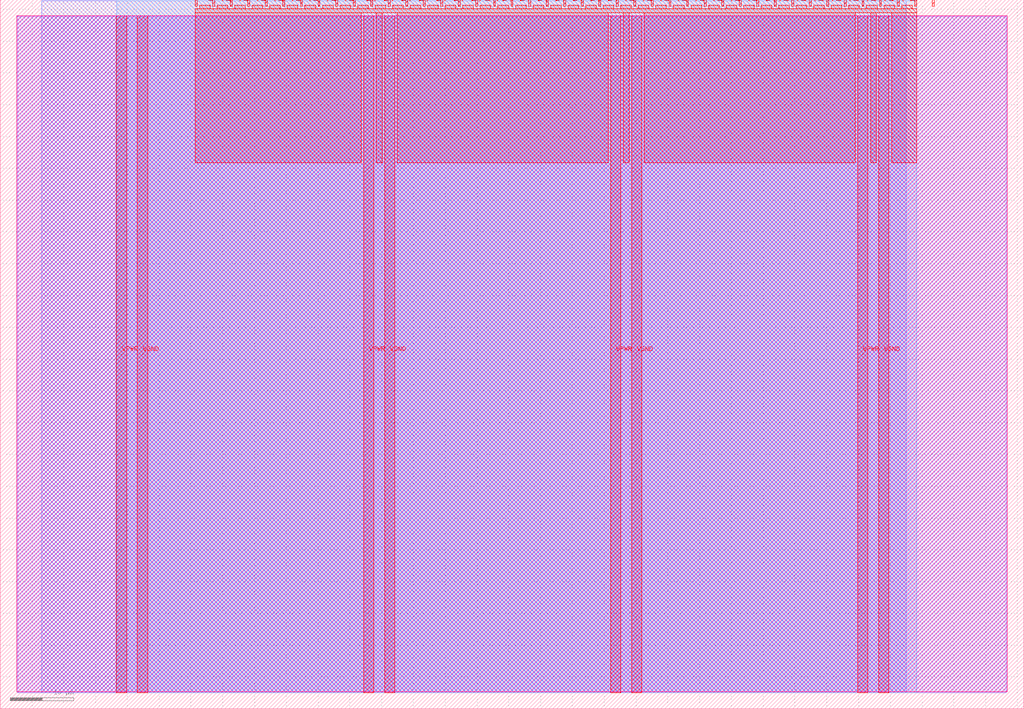
<source format=lef>
VERSION 5.7 ;
  NOWIREEXTENSIONATPIN ON ;
  DIVIDERCHAR "/" ;
  BUSBITCHARS "[]" ;
MACRO tt_um_jun1okamura_7seg
  CLASS BLOCK ;
  FOREIGN tt_um_jun1okamura_7seg ;
  ORIGIN 0.000 0.000 ;
  SIZE 161.000 BY 111.520 ;
  PIN VGND
    DIRECTION INOUT ;
    USE GROUND ;
    PORT
      LAYER met4 ;
        RECT 21.580 2.480 23.180 109.040 ;
    END
    PORT
      LAYER met4 ;
        RECT 60.450 2.480 62.050 109.040 ;
    END
    PORT
      LAYER met4 ;
        RECT 99.320 2.480 100.920 109.040 ;
    END
    PORT
      LAYER met4 ;
        RECT 138.190 2.480 139.790 109.040 ;
    END
  END VGND
  PIN VPWR
    DIRECTION INOUT ;
    USE POWER ;
    PORT
      LAYER met4 ;
        RECT 18.280 2.480 19.880 109.040 ;
    END
    PORT
      LAYER met4 ;
        RECT 57.150 2.480 58.750 109.040 ;
    END
    PORT
      LAYER met4 ;
        RECT 96.020 2.480 97.620 109.040 ;
    END
    PORT
      LAYER met4 ;
        RECT 134.890 2.480 136.490 109.040 ;
    END
  END VPWR
  PIN clk
    DIRECTION INPUT ;
    USE SIGNAL ;
    ANTENNAGATEAREA 0.852000 ;
    PORT
      LAYER met4 ;
        RECT 143.830 110.520 144.130 111.520 ;
    END
  END clk
  PIN ena
    DIRECTION INPUT ;
    USE SIGNAL ;
    PORT
      LAYER met4 ;
        RECT 146.590 110.520 146.890 111.520 ;
    END
  END ena
  PIN rst_n
    DIRECTION INPUT ;
    USE SIGNAL ;
    ANTENNAGATEAREA 0.196500 ;
    PORT
      LAYER met4 ;
        RECT 141.070 110.520 141.370 111.520 ;
    END
  END rst_n
  PIN ui_in[0]
    DIRECTION INPUT ;
    USE SIGNAL ;
    ANTENNAGATEAREA 0.213000 ;
    PORT
      LAYER met4 ;
        RECT 138.310 110.520 138.610 111.520 ;
    END
  END ui_in[0]
  PIN ui_in[1]
    DIRECTION INPUT ;
    USE SIGNAL ;
    ANTENNAGATEAREA 0.196500 ;
    PORT
      LAYER met4 ;
        RECT 135.550 110.520 135.850 111.520 ;
    END
  END ui_in[1]
  PIN ui_in[2]
    DIRECTION INPUT ;
    USE SIGNAL ;
    PORT
      LAYER met4 ;
        RECT 132.790 110.520 133.090 111.520 ;
    END
  END ui_in[2]
  PIN ui_in[3]
    DIRECTION INPUT ;
    USE SIGNAL ;
    PORT
      LAYER met4 ;
        RECT 130.030 110.520 130.330 111.520 ;
    END
  END ui_in[3]
  PIN ui_in[4]
    DIRECTION INPUT ;
    USE SIGNAL ;
    PORT
      LAYER met4 ;
        RECT 127.270 110.520 127.570 111.520 ;
    END
  END ui_in[4]
  PIN ui_in[5]
    DIRECTION INPUT ;
    USE SIGNAL ;
    PORT
      LAYER met4 ;
        RECT 124.510 110.520 124.810 111.520 ;
    END
  END ui_in[5]
  PIN ui_in[6]
    DIRECTION INPUT ;
    USE SIGNAL ;
    PORT
      LAYER met4 ;
        RECT 121.750 110.520 122.050 111.520 ;
    END
  END ui_in[6]
  PIN ui_in[7]
    DIRECTION INPUT ;
    USE SIGNAL ;
    PORT
      LAYER met4 ;
        RECT 118.990 110.520 119.290 111.520 ;
    END
  END ui_in[7]
  PIN uio_in[0]
    DIRECTION INPUT ;
    USE SIGNAL ;
    PORT
      LAYER met4 ;
        RECT 116.230 110.520 116.530 111.520 ;
    END
  END uio_in[0]
  PIN uio_in[1]
    DIRECTION INPUT ;
    USE SIGNAL ;
    PORT
      LAYER met4 ;
        RECT 113.470 110.520 113.770 111.520 ;
    END
  END uio_in[1]
  PIN uio_in[2]
    DIRECTION INPUT ;
    USE SIGNAL ;
    PORT
      LAYER met4 ;
        RECT 110.710 110.520 111.010 111.520 ;
    END
  END uio_in[2]
  PIN uio_in[3]
    DIRECTION INPUT ;
    USE SIGNAL ;
    PORT
      LAYER met4 ;
        RECT 107.950 110.520 108.250 111.520 ;
    END
  END uio_in[3]
  PIN uio_in[4]
    DIRECTION INPUT ;
    USE SIGNAL ;
    PORT
      LAYER met4 ;
        RECT 105.190 110.520 105.490 111.520 ;
    END
  END uio_in[4]
  PIN uio_in[5]
    DIRECTION INPUT ;
    USE SIGNAL ;
    PORT
      LAYER met4 ;
        RECT 102.430 110.520 102.730 111.520 ;
    END
  END uio_in[5]
  PIN uio_in[6]
    DIRECTION INPUT ;
    USE SIGNAL ;
    PORT
      LAYER met4 ;
        RECT 99.670 110.520 99.970 111.520 ;
    END
  END uio_in[6]
  PIN uio_in[7]
    DIRECTION INPUT ;
    USE SIGNAL ;
    PORT
      LAYER met4 ;
        RECT 96.910 110.520 97.210 111.520 ;
    END
  END uio_in[7]
  PIN uio_oe[0]
    DIRECTION OUTPUT ;
    USE SIGNAL ;
    PORT
      LAYER met4 ;
        RECT 49.990 110.520 50.290 111.520 ;
    END
  END uio_oe[0]
  PIN uio_oe[1]
    DIRECTION OUTPUT ;
    USE SIGNAL ;
    PORT
      LAYER met4 ;
        RECT 47.230 110.520 47.530 111.520 ;
    END
  END uio_oe[1]
  PIN uio_oe[2]
    DIRECTION OUTPUT ;
    USE SIGNAL ;
    PORT
      LAYER met4 ;
        RECT 44.470 110.520 44.770 111.520 ;
    END
  END uio_oe[2]
  PIN uio_oe[3]
    DIRECTION OUTPUT ;
    USE SIGNAL ;
    PORT
      LAYER met4 ;
        RECT 41.710 110.520 42.010 111.520 ;
    END
  END uio_oe[3]
  PIN uio_oe[4]
    DIRECTION OUTPUT ;
    USE SIGNAL ;
    PORT
      LAYER met4 ;
        RECT 38.950 110.520 39.250 111.520 ;
    END
  END uio_oe[4]
  PIN uio_oe[5]
    DIRECTION OUTPUT ;
    USE SIGNAL ;
    PORT
      LAYER met4 ;
        RECT 36.190 110.520 36.490 111.520 ;
    END
  END uio_oe[5]
  PIN uio_oe[6]
    DIRECTION OUTPUT ;
    USE SIGNAL ;
    PORT
      LAYER met4 ;
        RECT 33.430 110.520 33.730 111.520 ;
    END
  END uio_oe[6]
  PIN uio_oe[7]
    DIRECTION OUTPUT ;
    USE SIGNAL ;
    PORT
      LAYER met4 ;
        RECT 30.670 110.520 30.970 111.520 ;
    END
  END uio_oe[7]
  PIN uio_out[0]
    DIRECTION OUTPUT ;
    USE SIGNAL ;
    ANTENNAGATEAREA 0.247500 ;
    ANTENNADIFFAREA 0.891000 ;
    PORT
      LAYER met4 ;
        RECT 72.070 110.520 72.370 111.520 ;
    END
  END uio_out[0]
  PIN uio_out[1]
    DIRECTION OUTPUT ;
    USE SIGNAL ;
    ANTENNAGATEAREA 0.495000 ;
    ANTENNADIFFAREA 0.891000 ;
    PORT
      LAYER met4 ;
        RECT 69.310 110.520 69.610 111.520 ;
    END
  END uio_out[1]
  PIN uio_out[2]
    DIRECTION OUTPUT ;
    USE SIGNAL ;
    ANTENNAGATEAREA 0.495000 ;
    ANTENNADIFFAREA 0.891000 ;
    PORT
      LAYER met4 ;
        RECT 66.550 110.520 66.850 111.520 ;
    END
  END uio_out[2]
  PIN uio_out[3]
    DIRECTION OUTPUT ;
    USE SIGNAL ;
    ANTENNAGATEAREA 0.126000 ;
    ANTENNADIFFAREA 0.891000 ;
    PORT
      LAYER met4 ;
        RECT 63.790 110.520 64.090 111.520 ;
    END
  END uio_out[3]
  PIN uio_out[4]
    DIRECTION OUTPUT ;
    USE SIGNAL ;
    ANTENNAGATEAREA 0.126000 ;
    ANTENNADIFFAREA 0.891000 ;
    PORT
      LAYER met4 ;
        RECT 61.030 110.520 61.330 111.520 ;
    END
  END uio_out[4]
  PIN uio_out[5]
    DIRECTION OUTPUT ;
    USE SIGNAL ;
    ANTENNAGATEAREA 0.126000 ;
    ANTENNADIFFAREA 0.891000 ;
    PORT
      LAYER met4 ;
        RECT 58.270 110.520 58.570 111.520 ;
    END
  END uio_out[5]
  PIN uio_out[6]
    DIRECTION OUTPUT ;
    USE SIGNAL ;
    ANTENNAGATEAREA 0.247500 ;
    ANTENNADIFFAREA 0.891000 ;
    PORT
      LAYER met4 ;
        RECT 55.510 110.520 55.810 111.520 ;
    END
  END uio_out[6]
  PIN uio_out[7]
    DIRECTION OUTPUT ;
    USE SIGNAL ;
    ANTENNAGATEAREA 0.247500 ;
    ANTENNADIFFAREA 0.891000 ;
    PORT
      LAYER met4 ;
        RECT 52.750 110.520 53.050 111.520 ;
    END
  END uio_out[7]
  PIN uo_out[0]
    DIRECTION OUTPUT ;
    USE SIGNAL ;
    ANTENNADIFFAREA 1.484000 ;
    PORT
      LAYER met4 ;
        RECT 94.150 110.520 94.450 111.520 ;
    END
  END uo_out[0]
  PIN uo_out[1]
    DIRECTION OUTPUT ;
    USE SIGNAL ;
    ANTENNADIFFAREA 0.891000 ;
    PORT
      LAYER met4 ;
        RECT 91.390 110.520 91.690 111.520 ;
    END
  END uo_out[1]
  PIN uo_out[2]
    DIRECTION OUTPUT ;
    USE SIGNAL ;
    ANTENNADIFFAREA 0.462000 ;
    PORT
      LAYER met4 ;
        RECT 88.630 110.520 88.930 111.520 ;
    END
  END uo_out[2]
  PIN uo_out[3]
    DIRECTION OUTPUT ;
    USE SIGNAL ;
    ANTENNADIFFAREA 0.453750 ;
    PORT
      LAYER met4 ;
        RECT 85.870 110.520 86.170 111.520 ;
    END
  END uo_out[3]
  PIN uo_out[4]
    DIRECTION OUTPUT ;
    USE SIGNAL ;
    ANTENNADIFFAREA 0.445500 ;
    PORT
      LAYER met4 ;
        RECT 83.110 110.520 83.410 111.520 ;
    END
  END uo_out[4]
  PIN uo_out[5]
    DIRECTION OUTPUT ;
    USE SIGNAL ;
    ANTENNADIFFAREA 1.683800 ;
    PORT
      LAYER met4 ;
        RECT 80.350 110.520 80.650 111.520 ;
    END
  END uo_out[5]
  PIN uo_out[6]
    DIRECTION OUTPUT ;
    USE SIGNAL ;
    ANTENNADIFFAREA 1.685000 ;
    PORT
      LAYER met4 ;
        RECT 77.590 110.520 77.890 111.520 ;
    END
  END uo_out[6]
  PIN uo_out[7]
    DIRECTION OUTPUT ;
    USE SIGNAL ;
    PORT
      LAYER met4 ;
        RECT 74.830 110.520 75.130 111.520 ;
    END
  END uo_out[7]
  OBS
      LAYER nwell ;
        RECT 2.570 2.635 158.430 108.990 ;
      LAYER li1 ;
        RECT 2.760 2.635 158.240 108.885 ;
      LAYER met1 ;
        RECT 2.760 2.480 158.240 109.040 ;
      LAYER met2 ;
        RECT 6.540 2.535 142.510 111.365 ;
      LAYER met3 ;
        RECT 18.290 2.555 144.170 111.345 ;
      LAYER met4 ;
        RECT 31.370 110.120 33.030 110.665 ;
        RECT 34.130 110.120 35.790 110.665 ;
        RECT 36.890 110.120 38.550 110.665 ;
        RECT 39.650 110.120 41.310 110.665 ;
        RECT 42.410 110.120 44.070 110.665 ;
        RECT 45.170 110.120 46.830 110.665 ;
        RECT 47.930 110.120 49.590 110.665 ;
        RECT 50.690 110.120 52.350 110.665 ;
        RECT 53.450 110.120 55.110 110.665 ;
        RECT 56.210 110.120 57.870 110.665 ;
        RECT 58.970 110.120 60.630 110.665 ;
        RECT 61.730 110.120 63.390 110.665 ;
        RECT 64.490 110.120 66.150 110.665 ;
        RECT 67.250 110.120 68.910 110.665 ;
        RECT 70.010 110.120 71.670 110.665 ;
        RECT 72.770 110.120 74.430 110.665 ;
        RECT 75.530 110.120 77.190 110.665 ;
        RECT 78.290 110.120 79.950 110.665 ;
        RECT 81.050 110.120 82.710 110.665 ;
        RECT 83.810 110.120 85.470 110.665 ;
        RECT 86.570 110.120 88.230 110.665 ;
        RECT 89.330 110.120 90.990 110.665 ;
        RECT 92.090 110.120 93.750 110.665 ;
        RECT 94.850 110.120 96.510 110.665 ;
        RECT 97.610 110.120 99.270 110.665 ;
        RECT 100.370 110.120 102.030 110.665 ;
        RECT 103.130 110.120 104.790 110.665 ;
        RECT 105.890 110.120 107.550 110.665 ;
        RECT 108.650 110.120 110.310 110.665 ;
        RECT 111.410 110.120 113.070 110.665 ;
        RECT 114.170 110.120 115.830 110.665 ;
        RECT 116.930 110.120 118.590 110.665 ;
        RECT 119.690 110.120 121.350 110.665 ;
        RECT 122.450 110.120 124.110 110.665 ;
        RECT 125.210 110.120 126.870 110.665 ;
        RECT 127.970 110.120 129.630 110.665 ;
        RECT 130.730 110.120 132.390 110.665 ;
        RECT 133.490 110.120 135.150 110.665 ;
        RECT 136.250 110.120 137.910 110.665 ;
        RECT 139.010 110.120 140.670 110.665 ;
        RECT 141.770 110.120 143.430 110.665 ;
        RECT 30.655 109.440 144.145 110.120 ;
        RECT 30.655 85.855 56.750 109.440 ;
        RECT 59.150 85.855 60.050 109.440 ;
        RECT 62.450 85.855 95.620 109.440 ;
        RECT 98.020 85.855 98.920 109.440 ;
        RECT 101.320 85.855 134.490 109.440 ;
        RECT 136.890 85.855 137.790 109.440 ;
        RECT 140.190 85.855 144.145 109.440 ;
  END
END tt_um_jun1okamura_7seg
END LIBRARY


</source>
